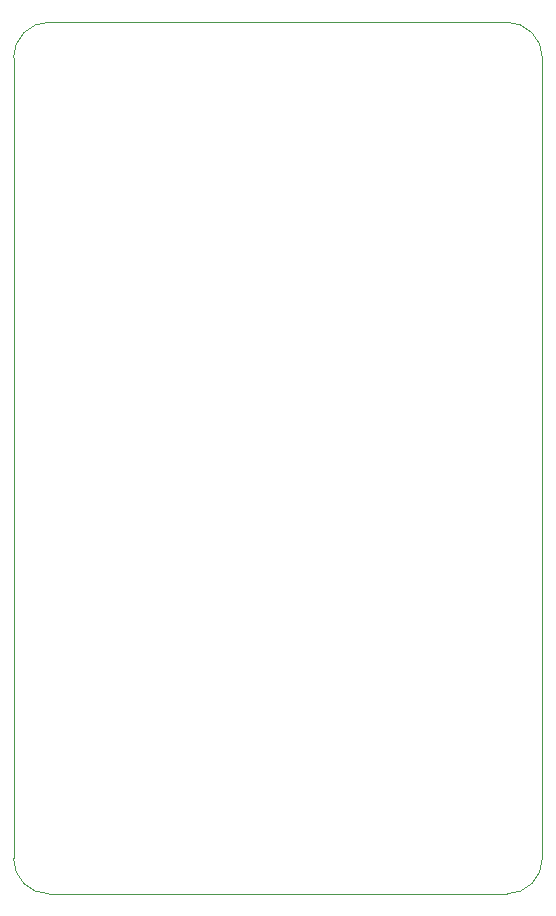
<source format=gbr>
%TF.GenerationSoftware,KiCad,Pcbnew,9.0.3*%
%TF.CreationDate,2025-07-25T20:06:53+07:00*%
%TF.ProjectId,Pathfinder,50617468-6669-46e6-9465-722e6b696361,rev?*%
%TF.SameCoordinates,Original*%
%TF.FileFunction,Profile,NP*%
%FSLAX46Y46*%
G04 Gerber Fmt 4.6, Leading zero omitted, Abs format (unit mm)*
G04 Created by KiCad (PCBNEW 9.0.3) date 2025-07-25 20:06:53*
%MOMM*%
%LPD*%
G01*
G04 APERTURE LIST*
%TA.AperFunction,Profile*%
%ADD10C,0.050000*%
%TD*%
G04 APERTURE END LIST*
D10*
X174442500Y-60960000D02*
G75*
G02*
X177442500Y-63960000I0J-3000000D01*
G01*
X174442500Y-134760000D02*
X135672500Y-134760000D01*
X135672500Y-60960000D02*
X174442500Y-60960000D01*
X132672500Y-131760000D02*
X132672500Y-63960000D01*
X135672500Y-134760000D02*
G75*
G02*
X132672500Y-131760000I0J3000000D01*
G01*
X132672500Y-63960000D02*
G75*
G02*
X135672500Y-60960000I3000000J0D01*
G01*
X177442500Y-131760000D02*
G75*
G02*
X174442500Y-134760000I-3000000J0D01*
G01*
X177442500Y-63960000D02*
X177442500Y-131760000D01*
M02*

</source>
